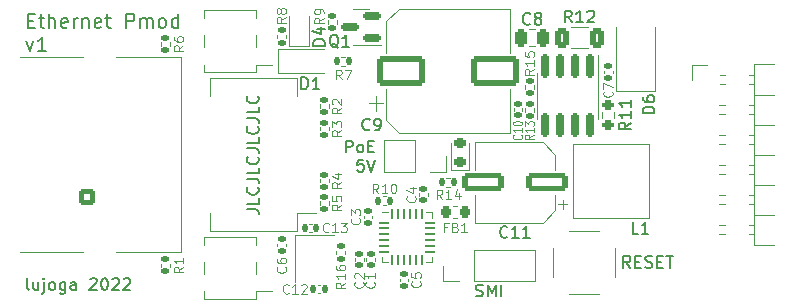
<source format=gto>
G04 #@! TF.GenerationSoftware,KiCad,Pcbnew,(6.0.8)*
G04 #@! TF.CreationDate,2022-10-23T18:16:56+02:00*
G04 #@! TF.ProjectId,ethernet-pmod,65746865-726e-4657-942d-706d6f642e6b,rev?*
G04 #@! TF.SameCoordinates,Original*
G04 #@! TF.FileFunction,Legend,Top*
G04 #@! TF.FilePolarity,Positive*
%FSLAX46Y46*%
G04 Gerber Fmt 4.6, Leading zero omitted, Abs format (unit mm)*
G04 Created by KiCad (PCBNEW (6.0.8)) date 2022-10-23 18:16:56*
%MOMM*%
%LPD*%
G01*
G04 APERTURE LIST*
G04 Aperture macros list*
%AMRoundRect*
0 Rectangle with rounded corners*
0 $1 Rounding radius*
0 $2 $3 $4 $5 $6 $7 $8 $9 X,Y pos of 4 corners*
0 Add a 4 corners polygon primitive as box body*
4,1,4,$2,$3,$4,$5,$6,$7,$8,$9,$2,$3,0*
0 Add four circle primitives for the rounded corners*
1,1,$1+$1,$2,$3*
1,1,$1+$1,$4,$5*
1,1,$1+$1,$6,$7*
1,1,$1+$1,$8,$9*
0 Add four rect primitives between the rounded corners*
20,1,$1+$1,$2,$3,$4,$5,0*
20,1,$1+$1,$4,$5,$6,$7,0*
20,1,$1+$1,$6,$7,$8,$9,0*
20,1,$1+$1,$8,$9,$2,$3,0*%
G04 Aperture macros list end*
%ADD10C,0.180000*%
%ADD11C,0.150000*%
%ADD12C,0.120000*%
%ADD13RoundRect,0.140000X-0.140000X-0.170000X0.140000X-0.170000X0.140000X0.170000X-0.140000X0.170000X0*%
%ADD14RoundRect,0.140000X0.170000X-0.140000X0.170000X0.140000X-0.170000X0.140000X-0.170000X-0.140000X0*%
%ADD15RoundRect,0.200000X0.275000X-0.200000X0.275000X0.200000X-0.275000X0.200000X-0.275000X-0.200000X0*%
%ADD16RoundRect,0.135000X-0.185000X0.135000X-0.185000X-0.135000X0.185000X-0.135000X0.185000X0.135000X0*%
%ADD17R,1.700000X1.700000*%
%ADD18O,1.700000X1.700000*%
%ADD19RoundRect,0.140000X0.140000X0.170000X-0.140000X0.170000X-0.140000X-0.170000X0.140000X-0.170000X0*%
%ADD20RoundRect,0.150000X0.587500X0.150000X-0.587500X0.150000X-0.587500X-0.150000X0.587500X-0.150000X0*%
%ADD21RoundRect,0.250000X-1.750000X-1.000000X1.750000X-1.000000X1.750000X1.000000X-1.750000X1.000000X0*%
%ADD22RoundRect,0.250000X1.500000X0.550000X-1.500000X0.550000X-1.500000X-0.550000X1.500000X-0.550000X0*%
%ADD23RoundRect,0.135000X0.135000X0.185000X-0.135000X0.185000X-0.135000X-0.185000X0.135000X-0.185000X0*%
%ADD24R,1.800000X2.500000*%
%ADD25RoundRect,0.218750X0.218750X0.256250X-0.218750X0.256250X-0.218750X-0.256250X0.218750X-0.256250X0*%
%ADD26RoundRect,0.135000X0.185000X-0.135000X0.185000X0.135000X-0.185000X0.135000X-0.185000X-0.135000X0*%
%ADD27RoundRect,0.140000X-0.170000X0.140000X-0.170000X-0.140000X0.170000X-0.140000X0.170000X0.140000X0*%
%ADD28RoundRect,0.218750X0.256250X-0.218750X0.256250X0.218750X-0.256250X0.218750X-0.256250X-0.218750X0*%
%ADD29R,1.875000X1.050000*%
%ADD30R,1.800000X5.700000*%
%ADD31R,1.905000X0.635000*%
%ADD32RoundRect,0.250000X-0.312500X-0.625000X0.312500X-0.625000X0.312500X0.625000X-0.312500X0.625000X0*%
%ADD33R,1.000000X0.750000*%
%ADD34R,0.900000X1.200000*%
%ADD35RoundRect,0.150000X-0.150000X0.825000X-0.150000X-0.825000X0.150000X-0.825000X0.150000X0.825000X0*%
%ADD36R,3.000000X2.290000*%
%ADD37RoundRect,0.062500X-0.350000X-0.062500X0.350000X-0.062500X0.350000X0.062500X-0.350000X0.062500X0*%
%ADD38RoundRect,0.062500X-0.062500X-0.350000X0.062500X-0.350000X0.062500X0.350000X-0.062500X0.350000X0*%
%ADD39R,2.600000X2.600000*%
%ADD40R,0.450000X0.600000*%
%ADD41C,3.250000*%
%ADD42RoundRect,0.217000X-0.483000X0.483000X-0.483000X-0.483000X0.483000X-0.483000X0.483000X0.483000X0*%
%ADD43C,1.400000*%
%ADD44C,2.400000*%
%ADD45RoundRect,0.135000X-0.135000X-0.185000X0.135000X-0.185000X0.135000X0.185000X-0.135000X0.185000X0*%
%ADD46RoundRect,0.250000X0.250000X0.475000X-0.250000X0.475000X-0.250000X-0.475000X0.250000X-0.475000X0*%
%ADD47R,1.200000X1.400000*%
G04 APERTURE END LIST*
D10*
X118402714Y-88648285D02*
X118802714Y-88648285D01*
X118974142Y-89276857D02*
X118402714Y-89276857D01*
X118402714Y-88076857D01*
X118974142Y-88076857D01*
X119317000Y-88476857D02*
X119774142Y-88476857D01*
X119488428Y-88076857D02*
X119488428Y-89105428D01*
X119545571Y-89219714D01*
X119659857Y-89276857D01*
X119774142Y-89276857D01*
X120174142Y-89276857D02*
X120174142Y-88076857D01*
X120688428Y-89276857D02*
X120688428Y-88648285D01*
X120631285Y-88534000D01*
X120517000Y-88476857D01*
X120345571Y-88476857D01*
X120231285Y-88534000D01*
X120174142Y-88591142D01*
X121717000Y-89219714D02*
X121602714Y-89276857D01*
X121374142Y-89276857D01*
X121259857Y-89219714D01*
X121202714Y-89105428D01*
X121202714Y-88648285D01*
X121259857Y-88534000D01*
X121374142Y-88476857D01*
X121602714Y-88476857D01*
X121717000Y-88534000D01*
X121774142Y-88648285D01*
X121774142Y-88762571D01*
X121202714Y-88876857D01*
X122288428Y-89276857D02*
X122288428Y-88476857D01*
X122288428Y-88705428D02*
X122345571Y-88591142D01*
X122402714Y-88534000D01*
X122517000Y-88476857D01*
X122631285Y-88476857D01*
X123031285Y-88476857D02*
X123031285Y-89276857D01*
X123031285Y-88591142D02*
X123088428Y-88534000D01*
X123202714Y-88476857D01*
X123374142Y-88476857D01*
X123488428Y-88534000D01*
X123545571Y-88648285D01*
X123545571Y-89276857D01*
X124574142Y-89219714D02*
X124459857Y-89276857D01*
X124231285Y-89276857D01*
X124117000Y-89219714D01*
X124059857Y-89105428D01*
X124059857Y-88648285D01*
X124117000Y-88534000D01*
X124231285Y-88476857D01*
X124459857Y-88476857D01*
X124574142Y-88534000D01*
X124631285Y-88648285D01*
X124631285Y-88762571D01*
X124059857Y-88876857D01*
X124974142Y-88476857D02*
X125431285Y-88476857D01*
X125145571Y-88076857D02*
X125145571Y-89105428D01*
X125202714Y-89219714D01*
X125317000Y-89276857D01*
X125431285Y-89276857D01*
X126745571Y-89276857D02*
X126745571Y-88076857D01*
X127202714Y-88076857D01*
X127317000Y-88134000D01*
X127374142Y-88191142D01*
X127431285Y-88305428D01*
X127431285Y-88476857D01*
X127374142Y-88591142D01*
X127317000Y-88648285D01*
X127202714Y-88705428D01*
X126745571Y-88705428D01*
X127945571Y-89276857D02*
X127945571Y-88476857D01*
X127945571Y-88591142D02*
X128002714Y-88534000D01*
X128117000Y-88476857D01*
X128288428Y-88476857D01*
X128402714Y-88534000D01*
X128459857Y-88648285D01*
X128459857Y-89276857D01*
X128459857Y-88648285D02*
X128517000Y-88534000D01*
X128631285Y-88476857D01*
X128802714Y-88476857D01*
X128917000Y-88534000D01*
X128974142Y-88648285D01*
X128974142Y-89276857D01*
X129717000Y-89276857D02*
X129602714Y-89219714D01*
X129545571Y-89162571D01*
X129488428Y-89048285D01*
X129488428Y-88705428D01*
X129545571Y-88591142D01*
X129602714Y-88534000D01*
X129717000Y-88476857D01*
X129888428Y-88476857D01*
X130002714Y-88534000D01*
X130059857Y-88591142D01*
X130117000Y-88705428D01*
X130117000Y-89048285D01*
X130059857Y-89162571D01*
X130002714Y-89219714D01*
X129888428Y-89276857D01*
X129717000Y-89276857D01*
X131145571Y-89276857D02*
X131145571Y-88076857D01*
X131145571Y-89219714D02*
X131031285Y-89276857D01*
X130802714Y-89276857D01*
X130688428Y-89219714D01*
X130631285Y-89162571D01*
X130574142Y-89048285D01*
X130574142Y-88705428D01*
X130631285Y-88591142D01*
X130688428Y-88534000D01*
X130802714Y-88476857D01*
X131031285Y-88476857D01*
X131145571Y-88534000D01*
X118288428Y-90408857D02*
X118574142Y-91208857D01*
X118859857Y-90408857D01*
X119945571Y-91208857D02*
X119259857Y-91208857D01*
X119602714Y-91208857D02*
X119602714Y-90008857D01*
X119488428Y-90180285D01*
X119374142Y-90294571D01*
X119259857Y-90351714D01*
D11*
X118478452Y-111452380D02*
X118383214Y-111404761D01*
X118335595Y-111309523D01*
X118335595Y-110452380D01*
X119287976Y-110785714D02*
X119287976Y-111452380D01*
X118859404Y-110785714D02*
X118859404Y-111309523D01*
X118907023Y-111404761D01*
X119002261Y-111452380D01*
X119145119Y-111452380D01*
X119240357Y-111404761D01*
X119287976Y-111357142D01*
X119764166Y-110785714D02*
X119764166Y-111642857D01*
X119716547Y-111738095D01*
X119621309Y-111785714D01*
X119573690Y-111785714D01*
X119764166Y-110452380D02*
X119716547Y-110500000D01*
X119764166Y-110547619D01*
X119811785Y-110500000D01*
X119764166Y-110452380D01*
X119764166Y-110547619D01*
X120383214Y-111452380D02*
X120287976Y-111404761D01*
X120240357Y-111357142D01*
X120192738Y-111261904D01*
X120192738Y-110976190D01*
X120240357Y-110880952D01*
X120287976Y-110833333D01*
X120383214Y-110785714D01*
X120526071Y-110785714D01*
X120621309Y-110833333D01*
X120668928Y-110880952D01*
X120716547Y-110976190D01*
X120716547Y-111261904D01*
X120668928Y-111357142D01*
X120621309Y-111404761D01*
X120526071Y-111452380D01*
X120383214Y-111452380D01*
X121573690Y-110785714D02*
X121573690Y-111595238D01*
X121526071Y-111690476D01*
X121478452Y-111738095D01*
X121383214Y-111785714D01*
X121240357Y-111785714D01*
X121145119Y-111738095D01*
X121573690Y-111404761D02*
X121478452Y-111452380D01*
X121287976Y-111452380D01*
X121192738Y-111404761D01*
X121145119Y-111357142D01*
X121097500Y-111261904D01*
X121097500Y-110976190D01*
X121145119Y-110880952D01*
X121192738Y-110833333D01*
X121287976Y-110785714D01*
X121478452Y-110785714D01*
X121573690Y-110833333D01*
X122478452Y-111452380D02*
X122478452Y-110928571D01*
X122430833Y-110833333D01*
X122335595Y-110785714D01*
X122145119Y-110785714D01*
X122049880Y-110833333D01*
X122478452Y-111404761D02*
X122383214Y-111452380D01*
X122145119Y-111452380D01*
X122049880Y-111404761D01*
X122002261Y-111309523D01*
X122002261Y-111214285D01*
X122049880Y-111119047D01*
X122145119Y-111071428D01*
X122383214Y-111071428D01*
X122478452Y-111023809D01*
X123668928Y-110547619D02*
X123716547Y-110500000D01*
X123811785Y-110452380D01*
X124049880Y-110452380D01*
X124145119Y-110500000D01*
X124192738Y-110547619D01*
X124240357Y-110642857D01*
X124240357Y-110738095D01*
X124192738Y-110880952D01*
X123621309Y-111452380D01*
X124240357Y-111452380D01*
X124859404Y-110452380D02*
X124954642Y-110452380D01*
X125049880Y-110500000D01*
X125097500Y-110547619D01*
X125145119Y-110642857D01*
X125192738Y-110833333D01*
X125192738Y-111071428D01*
X125145119Y-111261904D01*
X125097500Y-111357142D01*
X125049880Y-111404761D01*
X124954642Y-111452380D01*
X124859404Y-111452380D01*
X124764166Y-111404761D01*
X124716547Y-111357142D01*
X124668928Y-111261904D01*
X124621309Y-111071428D01*
X124621309Y-110833333D01*
X124668928Y-110642857D01*
X124716547Y-110547619D01*
X124764166Y-110500000D01*
X124859404Y-110452380D01*
X125573690Y-110547619D02*
X125621309Y-110500000D01*
X125716547Y-110452380D01*
X125954642Y-110452380D01*
X126049880Y-110500000D01*
X126097500Y-110547619D01*
X126145119Y-110642857D01*
X126145119Y-110738095D01*
X126097500Y-110880952D01*
X125526071Y-111452380D01*
X126145119Y-111452380D01*
X126526071Y-110547619D02*
X126573690Y-110500000D01*
X126668928Y-110452380D01*
X126907023Y-110452380D01*
X127002261Y-110500000D01*
X127049880Y-110547619D01*
X127097500Y-110642857D01*
X127097500Y-110738095D01*
X127049880Y-110880952D01*
X126478452Y-111452380D01*
X127097500Y-111452380D01*
X169407023Y-109577380D02*
X169073690Y-109101190D01*
X168835595Y-109577380D02*
X168835595Y-108577380D01*
X169216547Y-108577380D01*
X169311785Y-108625000D01*
X169359404Y-108672619D01*
X169407023Y-108767857D01*
X169407023Y-108910714D01*
X169359404Y-109005952D01*
X169311785Y-109053571D01*
X169216547Y-109101190D01*
X168835595Y-109101190D01*
X169835595Y-109053571D02*
X170168928Y-109053571D01*
X170311785Y-109577380D02*
X169835595Y-109577380D01*
X169835595Y-108577380D01*
X170311785Y-108577380D01*
X170692738Y-109529761D02*
X170835595Y-109577380D01*
X171073690Y-109577380D01*
X171168928Y-109529761D01*
X171216547Y-109482142D01*
X171264166Y-109386904D01*
X171264166Y-109291666D01*
X171216547Y-109196428D01*
X171168928Y-109148809D01*
X171073690Y-109101190D01*
X170883214Y-109053571D01*
X170787976Y-109005952D01*
X170740357Y-108958333D01*
X170692738Y-108863095D01*
X170692738Y-108767857D01*
X170740357Y-108672619D01*
X170787976Y-108625000D01*
X170883214Y-108577380D01*
X171121309Y-108577380D01*
X171264166Y-108625000D01*
X171692738Y-109053571D02*
X172026071Y-109053571D01*
X172168928Y-109577380D02*
X171692738Y-109577380D01*
X171692738Y-108577380D01*
X172168928Y-108577380D01*
X172454642Y-108577380D02*
X173026071Y-108577380D01*
X172740357Y-109577380D02*
X172740357Y-108577380D01*
X145331071Y-99822380D02*
X145331071Y-98822380D01*
X145712023Y-98822380D01*
X145807261Y-98870000D01*
X145854880Y-98917619D01*
X145902500Y-99012857D01*
X145902500Y-99155714D01*
X145854880Y-99250952D01*
X145807261Y-99298571D01*
X145712023Y-99346190D01*
X145331071Y-99346190D01*
X146473928Y-99822380D02*
X146378690Y-99774761D01*
X146331071Y-99727142D01*
X146283452Y-99631904D01*
X146283452Y-99346190D01*
X146331071Y-99250952D01*
X146378690Y-99203333D01*
X146473928Y-99155714D01*
X146616785Y-99155714D01*
X146712023Y-99203333D01*
X146759642Y-99250952D01*
X146807261Y-99346190D01*
X146807261Y-99631904D01*
X146759642Y-99727142D01*
X146712023Y-99774761D01*
X146616785Y-99822380D01*
X146473928Y-99822380D01*
X147235833Y-99298571D02*
X147569166Y-99298571D01*
X147712023Y-99822380D02*
X147235833Y-99822380D01*
X147235833Y-98822380D01*
X147712023Y-98822380D01*
X146807261Y-100432380D02*
X146331071Y-100432380D01*
X146283452Y-100908571D01*
X146331071Y-100860952D01*
X146426309Y-100813333D01*
X146664404Y-100813333D01*
X146759642Y-100860952D01*
X146807261Y-100908571D01*
X146854880Y-101003809D01*
X146854880Y-101241904D01*
X146807261Y-101337142D01*
X146759642Y-101384761D01*
X146664404Y-101432380D01*
X146426309Y-101432380D01*
X146331071Y-101384761D01*
X146283452Y-101337142D01*
X147140595Y-100432380D02*
X147473928Y-101432380D01*
X147807261Y-100432380D01*
X136952380Y-104619047D02*
X137666666Y-104619047D01*
X137809523Y-104666666D01*
X137904761Y-104761904D01*
X137952380Y-104904761D01*
X137952380Y-105000000D01*
X137952380Y-103666666D02*
X137952380Y-104142857D01*
X136952380Y-104142857D01*
X137857142Y-102761904D02*
X137904761Y-102809523D01*
X137952380Y-102952380D01*
X137952380Y-103047619D01*
X137904761Y-103190476D01*
X137809523Y-103285714D01*
X137714285Y-103333333D01*
X137523809Y-103380952D01*
X137380952Y-103380952D01*
X137190476Y-103333333D01*
X137095238Y-103285714D01*
X137000000Y-103190476D01*
X136952380Y-103047619D01*
X136952380Y-102952380D01*
X137000000Y-102809523D01*
X137047619Y-102761904D01*
X136952380Y-102047619D02*
X137666666Y-102047619D01*
X137809523Y-102095238D01*
X137904761Y-102190476D01*
X137952380Y-102333333D01*
X137952380Y-102428571D01*
X137952380Y-101095238D02*
X137952380Y-101571428D01*
X136952380Y-101571428D01*
X137857142Y-100190476D02*
X137904761Y-100238095D01*
X137952380Y-100380952D01*
X137952380Y-100476190D01*
X137904761Y-100619047D01*
X137809523Y-100714285D01*
X137714285Y-100761904D01*
X137523809Y-100809523D01*
X137380952Y-100809523D01*
X137190476Y-100761904D01*
X137095238Y-100714285D01*
X137000000Y-100619047D01*
X136952380Y-100476190D01*
X136952380Y-100380952D01*
X137000000Y-100238095D01*
X137047619Y-100190476D01*
X136952380Y-99476190D02*
X137666666Y-99476190D01*
X137809523Y-99523809D01*
X137904761Y-99619047D01*
X137952380Y-99761904D01*
X137952380Y-99857142D01*
X137952380Y-98523809D02*
X137952380Y-99000000D01*
X136952380Y-99000000D01*
X137857142Y-97619047D02*
X137904761Y-97666666D01*
X137952380Y-97809523D01*
X137952380Y-97904761D01*
X137904761Y-98047619D01*
X137809523Y-98142857D01*
X137714285Y-98190476D01*
X137523809Y-98238095D01*
X137380952Y-98238095D01*
X137190476Y-98190476D01*
X137095238Y-98142857D01*
X137000000Y-98047619D01*
X136952380Y-97904761D01*
X136952380Y-97809523D01*
X137000000Y-97666666D01*
X137047619Y-97619047D01*
X136952380Y-96904761D02*
X137666666Y-96904761D01*
X137809523Y-96952380D01*
X137904761Y-97047619D01*
X137952380Y-97190476D01*
X137952380Y-97285714D01*
X137952380Y-95952380D02*
X137952380Y-96428571D01*
X136952380Y-96428571D01*
X137857142Y-95047619D02*
X137904761Y-95095238D01*
X137952380Y-95238095D01*
X137952380Y-95333333D01*
X137904761Y-95476190D01*
X137809523Y-95571428D01*
X137714285Y-95619047D01*
X137523809Y-95666666D01*
X137380952Y-95666666D01*
X137190476Y-95619047D01*
X137095238Y-95571428D01*
X137000000Y-95476190D01*
X136952380Y-95333333D01*
X136952380Y-95238095D01*
X137000000Y-95095238D01*
X137047619Y-95047619D01*
X156344761Y-111954761D02*
X156487619Y-112002380D01*
X156725714Y-112002380D01*
X156820952Y-111954761D01*
X156868571Y-111907142D01*
X156916190Y-111811904D01*
X156916190Y-111716666D01*
X156868571Y-111621428D01*
X156820952Y-111573809D01*
X156725714Y-111526190D01*
X156535238Y-111478571D01*
X156440000Y-111430952D01*
X156392380Y-111383333D01*
X156344761Y-111288095D01*
X156344761Y-111192857D01*
X156392380Y-111097619D01*
X156440000Y-111050000D01*
X156535238Y-111002380D01*
X156773333Y-111002380D01*
X156916190Y-111050000D01*
X157344761Y-112002380D02*
X157344761Y-111002380D01*
X157678095Y-111716666D01*
X158011428Y-111002380D01*
X158011428Y-112002380D01*
X158487619Y-112002380D02*
X158487619Y-111002380D01*
D12*
X143875619Y-106485714D02*
X143837523Y-106523809D01*
X143723238Y-106561904D01*
X143647047Y-106561904D01*
X143532761Y-106523809D01*
X143456571Y-106447619D01*
X143418476Y-106371428D01*
X143380380Y-106219047D01*
X143380380Y-106104761D01*
X143418476Y-105952380D01*
X143456571Y-105876190D01*
X143532761Y-105800000D01*
X143647047Y-105761904D01*
X143723238Y-105761904D01*
X143837523Y-105800000D01*
X143875619Y-105838095D01*
X144637523Y-106561904D02*
X144180380Y-106561904D01*
X144408952Y-106561904D02*
X144408952Y-105761904D01*
X144332761Y-105876190D01*
X144256571Y-105952380D01*
X144180380Y-105990476D01*
X144904190Y-105761904D02*
X145399428Y-105761904D01*
X145132761Y-106066666D01*
X145247047Y-106066666D01*
X145323238Y-106104761D01*
X145361333Y-106142857D01*
X145399428Y-106219047D01*
X145399428Y-106409523D01*
X145361333Y-106485714D01*
X145323238Y-106523809D01*
X145247047Y-106561904D01*
X145018476Y-106561904D01*
X144942285Y-106523809D01*
X144904190Y-106485714D01*
X160185714Y-98335142D02*
X160223809Y-98363714D01*
X160261904Y-98449428D01*
X160261904Y-98506571D01*
X160223809Y-98592285D01*
X160147619Y-98649428D01*
X160071428Y-98678000D01*
X159919047Y-98706571D01*
X159804761Y-98706571D01*
X159652380Y-98678000D01*
X159576190Y-98649428D01*
X159500000Y-98592285D01*
X159461904Y-98506571D01*
X159461904Y-98449428D01*
X159500000Y-98363714D01*
X159538095Y-98335142D01*
X160261904Y-97763714D02*
X160261904Y-98106571D01*
X160261904Y-97935142D02*
X159461904Y-97935142D01*
X159576190Y-97992285D01*
X159652380Y-98049428D01*
X159690476Y-98106571D01*
X159461904Y-97392285D02*
X159461904Y-97335142D01*
X159500000Y-97278000D01*
X159538095Y-97249428D01*
X159614285Y-97220857D01*
X159766666Y-97192285D01*
X159957142Y-97192285D01*
X160109523Y-97220857D01*
X160185714Y-97249428D01*
X160223809Y-97278000D01*
X160261904Y-97335142D01*
X160261904Y-97392285D01*
X160223809Y-97449428D01*
X160185714Y-97478000D01*
X160109523Y-97506571D01*
X159957142Y-97535142D01*
X159766666Y-97535142D01*
X159614285Y-97506571D01*
X159538095Y-97478000D01*
X159500000Y-97449428D01*
X159461904Y-97392285D01*
D11*
X169452380Y-97292857D02*
X168976190Y-97626190D01*
X169452380Y-97864285D02*
X168452380Y-97864285D01*
X168452380Y-97483333D01*
X168500000Y-97388095D01*
X168547619Y-97340476D01*
X168642857Y-97292857D01*
X168785714Y-97292857D01*
X168880952Y-97340476D01*
X168928571Y-97388095D01*
X168976190Y-97483333D01*
X168976190Y-97864285D01*
X169452380Y-96340476D02*
X169452380Y-96911904D01*
X169452380Y-96626190D02*
X168452380Y-96626190D01*
X168595238Y-96721428D01*
X168690476Y-96816666D01*
X168738095Y-96911904D01*
X169452380Y-95388095D02*
X169452380Y-95959523D01*
X169452380Y-95673809D02*
X168452380Y-95673809D01*
X168595238Y-95769047D01*
X168690476Y-95864285D01*
X168738095Y-95959523D01*
D12*
X144961904Y-104233333D02*
X144580952Y-104500000D01*
X144961904Y-104690476D02*
X144161904Y-104690476D01*
X144161904Y-104385714D01*
X144200000Y-104309523D01*
X144238095Y-104271428D01*
X144314285Y-104233333D01*
X144428571Y-104233333D01*
X144504761Y-104271428D01*
X144542857Y-104309523D01*
X144580952Y-104385714D01*
X144580952Y-104690476D01*
X144161904Y-103509523D02*
X144161904Y-103890476D01*
X144542857Y-103928571D01*
X144504761Y-103890476D01*
X144466666Y-103814285D01*
X144466666Y-103623809D01*
X144504761Y-103547619D01*
X144542857Y-103509523D01*
X144619047Y-103471428D01*
X144809523Y-103471428D01*
X144885714Y-103509523D01*
X144923809Y-103547619D01*
X144961904Y-103623809D01*
X144961904Y-103814285D01*
X144923809Y-103890476D01*
X144885714Y-103928571D01*
X140495809Y-111685714D02*
X140457714Y-111723809D01*
X140343428Y-111761904D01*
X140267238Y-111761904D01*
X140152952Y-111723809D01*
X140076761Y-111647619D01*
X140038666Y-111571428D01*
X140000571Y-111419047D01*
X140000571Y-111304761D01*
X140038666Y-111152380D01*
X140076761Y-111076190D01*
X140152952Y-111000000D01*
X140267238Y-110961904D01*
X140343428Y-110961904D01*
X140457714Y-111000000D01*
X140495809Y-111038095D01*
X141257714Y-111761904D02*
X140800571Y-111761904D01*
X141029142Y-111761904D02*
X141029142Y-110961904D01*
X140952952Y-111076190D01*
X140876761Y-111152380D01*
X140800571Y-111190476D01*
X141562476Y-111038095D02*
X141600571Y-111000000D01*
X141676761Y-110961904D01*
X141867238Y-110961904D01*
X141943428Y-111000000D01*
X141981523Y-111038095D01*
X142019619Y-111114285D01*
X142019619Y-111190476D01*
X141981523Y-111304761D01*
X141524380Y-111761904D01*
X142019619Y-111761904D01*
D11*
X144704761Y-90947619D02*
X144609523Y-90900000D01*
X144514285Y-90804761D01*
X144371428Y-90661904D01*
X144276190Y-90614285D01*
X144180952Y-90614285D01*
X144228571Y-90852380D02*
X144133333Y-90804761D01*
X144038095Y-90709523D01*
X143990476Y-90519047D01*
X143990476Y-90185714D01*
X144038095Y-89995238D01*
X144133333Y-89900000D01*
X144228571Y-89852380D01*
X144419047Y-89852380D01*
X144514285Y-89900000D01*
X144609523Y-89995238D01*
X144657142Y-90185714D01*
X144657142Y-90519047D01*
X144609523Y-90709523D01*
X144514285Y-90804761D01*
X144419047Y-90852380D01*
X144228571Y-90852380D01*
X145609523Y-90852380D02*
X145038095Y-90852380D01*
X145323809Y-90852380D02*
X145323809Y-89852380D01*
X145228571Y-89995238D01*
X145133333Y-90090476D01*
X145038095Y-90138095D01*
X147359642Y-97857142D02*
X147312023Y-97904761D01*
X147169166Y-97952380D01*
X147073928Y-97952380D01*
X146931071Y-97904761D01*
X146835833Y-97809523D01*
X146788214Y-97714285D01*
X146740595Y-97523809D01*
X146740595Y-97380952D01*
X146788214Y-97190476D01*
X146835833Y-97095238D01*
X146931071Y-97000000D01*
X147073928Y-96952380D01*
X147169166Y-96952380D01*
X147312023Y-97000000D01*
X147359642Y-97047619D01*
X147835833Y-97952380D02*
X148026309Y-97952380D01*
X148121547Y-97904761D01*
X148169166Y-97857142D01*
X148264404Y-97714285D01*
X148312023Y-97523809D01*
X148312023Y-97142857D01*
X148264404Y-97047619D01*
X148216785Y-97000000D01*
X148121547Y-96952380D01*
X147931071Y-96952380D01*
X147835833Y-97000000D01*
X147788214Y-97047619D01*
X147740595Y-97142857D01*
X147740595Y-97380952D01*
X147788214Y-97476190D01*
X147835833Y-97523809D01*
X147931071Y-97571428D01*
X148121547Y-97571428D01*
X148216785Y-97523809D01*
X148264404Y-97476190D01*
X148312023Y-97380952D01*
D12*
X146485714Y-105403333D02*
X146523809Y-105441428D01*
X146561904Y-105555714D01*
X146561904Y-105631904D01*
X146523809Y-105746190D01*
X146447619Y-105822380D01*
X146371428Y-105860476D01*
X146219047Y-105898571D01*
X146104761Y-105898571D01*
X145952380Y-105860476D01*
X145876190Y-105822380D01*
X145800000Y-105746190D01*
X145761904Y-105631904D01*
X145761904Y-105555714D01*
X145800000Y-105441428D01*
X145838095Y-105403333D01*
X145761904Y-105136666D02*
X145761904Y-104641428D01*
X146066666Y-104908095D01*
X146066666Y-104793809D01*
X146104761Y-104717619D01*
X146142857Y-104679523D01*
X146219047Y-104641428D01*
X146409523Y-104641428D01*
X146485714Y-104679523D01*
X146523809Y-104717619D01*
X146561904Y-104793809D01*
X146561904Y-105022380D01*
X146523809Y-105098571D01*
X146485714Y-105136666D01*
D11*
X159007142Y-106957142D02*
X158959523Y-107004761D01*
X158816666Y-107052380D01*
X158721428Y-107052380D01*
X158578571Y-107004761D01*
X158483333Y-106909523D01*
X158435714Y-106814285D01*
X158388095Y-106623809D01*
X158388095Y-106480952D01*
X158435714Y-106290476D01*
X158483333Y-106195238D01*
X158578571Y-106100000D01*
X158721428Y-106052380D01*
X158816666Y-106052380D01*
X158959523Y-106100000D01*
X159007142Y-106147619D01*
X159959523Y-107052380D02*
X159388095Y-107052380D01*
X159673809Y-107052380D02*
X159673809Y-106052380D01*
X159578571Y-106195238D01*
X159483333Y-106290476D01*
X159388095Y-106338095D01*
X160911904Y-107052380D02*
X160340476Y-107052380D01*
X160626190Y-107052380D02*
X160626190Y-106052380D01*
X160530952Y-106195238D01*
X160435714Y-106290476D01*
X160340476Y-106338095D01*
D12*
X148080714Y-103261904D02*
X147814047Y-102880952D01*
X147623571Y-103261904D02*
X147623571Y-102461904D01*
X147928333Y-102461904D01*
X148004523Y-102500000D01*
X148042619Y-102538095D01*
X148080714Y-102614285D01*
X148080714Y-102728571D01*
X148042619Y-102804761D01*
X148004523Y-102842857D01*
X147928333Y-102880952D01*
X147623571Y-102880952D01*
X148842619Y-103261904D02*
X148385476Y-103261904D01*
X148614047Y-103261904D02*
X148614047Y-102461904D01*
X148537857Y-102576190D01*
X148461666Y-102652380D01*
X148385476Y-102690476D01*
X149337857Y-102461904D02*
X149414047Y-102461904D01*
X149490238Y-102500000D01*
X149528333Y-102538095D01*
X149566428Y-102614285D01*
X149604523Y-102766666D01*
X149604523Y-102957142D01*
X149566428Y-103109523D01*
X149528333Y-103185714D01*
X149490238Y-103223809D01*
X149414047Y-103261904D01*
X149337857Y-103261904D01*
X149261666Y-103223809D01*
X149223571Y-103185714D01*
X149185476Y-103109523D01*
X149147380Y-102957142D01*
X149147380Y-102766666D01*
X149185476Y-102614285D01*
X149223571Y-102538095D01*
X149261666Y-102500000D01*
X149337857Y-102461904D01*
D11*
X171452380Y-96511785D02*
X170452380Y-96511785D01*
X170452380Y-96273690D01*
X170500000Y-96130833D01*
X170595238Y-96035595D01*
X170690476Y-95987976D01*
X170880952Y-95940357D01*
X171023809Y-95940357D01*
X171214285Y-95987976D01*
X171309523Y-96035595D01*
X171404761Y-96130833D01*
X171452380Y-96273690D01*
X171452380Y-96511785D01*
X170452380Y-95083214D02*
X170452380Y-95273690D01*
X170500000Y-95368928D01*
X170547619Y-95416547D01*
X170690476Y-95511785D01*
X170880952Y-95559404D01*
X171261904Y-95559404D01*
X171357142Y-95511785D01*
X171404761Y-95464166D01*
X171452380Y-95368928D01*
X171452380Y-95178452D01*
X171404761Y-95083214D01*
X171357142Y-95035595D01*
X171261904Y-94987976D01*
X171023809Y-94987976D01*
X170928571Y-95035595D01*
X170880952Y-95083214D01*
X170833333Y-95178452D01*
X170833333Y-95368928D01*
X170880952Y-95464166D01*
X170928571Y-95511785D01*
X171023809Y-95559404D01*
D12*
X153933333Y-106142857D02*
X153666666Y-106142857D01*
X153666666Y-106561904D02*
X153666666Y-105761904D01*
X154047619Y-105761904D01*
X154619047Y-106142857D02*
X154733333Y-106180952D01*
X154771428Y-106219047D01*
X154809523Y-106295238D01*
X154809523Y-106409523D01*
X154771428Y-106485714D01*
X154733333Y-106523809D01*
X154657142Y-106561904D01*
X154352380Y-106561904D01*
X154352380Y-105761904D01*
X154619047Y-105761904D01*
X154695238Y-105800000D01*
X154733333Y-105838095D01*
X154771428Y-105914285D01*
X154771428Y-105990476D01*
X154733333Y-106066666D01*
X154695238Y-106104761D01*
X154619047Y-106142857D01*
X154352380Y-106142857D01*
X155571428Y-106561904D02*
X155114285Y-106561904D01*
X155342857Y-106561904D02*
X155342857Y-105761904D01*
X155266666Y-105876190D01*
X155190476Y-105952380D01*
X155114285Y-105990476D01*
X131561904Y-90753333D02*
X131180952Y-91020000D01*
X131561904Y-91210476D02*
X130761904Y-91210476D01*
X130761904Y-90905714D01*
X130800000Y-90829523D01*
X130838095Y-90791428D01*
X130914285Y-90753333D01*
X131028571Y-90753333D01*
X131104761Y-90791428D01*
X131142857Y-90829523D01*
X131180952Y-90905714D01*
X131180952Y-91210476D01*
X130761904Y-90067619D02*
X130761904Y-90220000D01*
X130800000Y-90296190D01*
X130838095Y-90334285D01*
X130952380Y-90410476D01*
X131104761Y-90448571D01*
X131409523Y-90448571D01*
X131485714Y-90410476D01*
X131523809Y-90372380D01*
X131561904Y-90296190D01*
X131561904Y-90143809D01*
X131523809Y-90067619D01*
X131485714Y-90029523D01*
X131409523Y-89991428D01*
X131219047Y-89991428D01*
X131142857Y-90029523D01*
X131104761Y-90067619D01*
X131066666Y-90143809D01*
X131066666Y-90296190D01*
X131104761Y-90372380D01*
X131142857Y-90410476D01*
X131219047Y-90448571D01*
X144961904Y-102333333D02*
X144580952Y-102600000D01*
X144961904Y-102790476D02*
X144161904Y-102790476D01*
X144161904Y-102485714D01*
X144200000Y-102409523D01*
X144238095Y-102371428D01*
X144314285Y-102333333D01*
X144428571Y-102333333D01*
X144504761Y-102371428D01*
X144542857Y-102409523D01*
X144580952Y-102485714D01*
X144580952Y-102790476D01*
X144428571Y-101647619D02*
X144961904Y-101647619D01*
X144123809Y-101838095D02*
X144695238Y-102028571D01*
X144695238Y-101533333D01*
X140185714Y-109492285D02*
X140223809Y-109530380D01*
X140261904Y-109644666D01*
X140261904Y-109720857D01*
X140223809Y-109835142D01*
X140147619Y-109911333D01*
X140071428Y-109949428D01*
X139919047Y-109987523D01*
X139804761Y-109987523D01*
X139652380Y-109949428D01*
X139576190Y-109911333D01*
X139500000Y-109835142D01*
X139461904Y-109720857D01*
X139461904Y-109644666D01*
X139500000Y-109530380D01*
X139538095Y-109492285D01*
X139461904Y-108806571D02*
X139461904Y-108958952D01*
X139500000Y-109035142D01*
X139538095Y-109073238D01*
X139652380Y-109149428D01*
X139804761Y-109187523D01*
X140109523Y-109187523D01*
X140185714Y-109149428D01*
X140223809Y-109111333D01*
X140261904Y-109035142D01*
X140261904Y-108882761D01*
X140223809Y-108806571D01*
X140185714Y-108768476D01*
X140109523Y-108730380D01*
X139919047Y-108730380D01*
X139842857Y-108768476D01*
X139804761Y-108806571D01*
X139766666Y-108882761D01*
X139766666Y-109035142D01*
X139804761Y-109111333D01*
X139842857Y-109149428D01*
X139919047Y-109187523D01*
X144961904Y-96033333D02*
X144580952Y-96300000D01*
X144961904Y-96490476D02*
X144161904Y-96490476D01*
X144161904Y-96185714D01*
X144200000Y-96109523D01*
X144238095Y-96071428D01*
X144314285Y-96033333D01*
X144428571Y-96033333D01*
X144504761Y-96071428D01*
X144542857Y-96109523D01*
X144580952Y-96185714D01*
X144580952Y-96490476D01*
X144238095Y-95728571D02*
X144200000Y-95690476D01*
X144161904Y-95614285D01*
X144161904Y-95423809D01*
X144200000Y-95347619D01*
X144238095Y-95309523D01*
X144314285Y-95271428D01*
X144390476Y-95271428D01*
X144504761Y-95309523D01*
X144961904Y-95766666D01*
X144961904Y-95271428D01*
X145261904Y-110854190D02*
X144880952Y-111120857D01*
X145261904Y-111311333D02*
X144461904Y-111311333D01*
X144461904Y-111006571D01*
X144500000Y-110930380D01*
X144538095Y-110892285D01*
X144614285Y-110854190D01*
X144728571Y-110854190D01*
X144804761Y-110892285D01*
X144842857Y-110930380D01*
X144880952Y-111006571D01*
X144880952Y-111311333D01*
X145261904Y-110092285D02*
X145261904Y-110549428D01*
X145261904Y-110320857D02*
X144461904Y-110320857D01*
X144576190Y-110397047D01*
X144652380Y-110473238D01*
X144690476Y-110549428D01*
X144461904Y-109406571D02*
X144461904Y-109558952D01*
X144500000Y-109635142D01*
X144538095Y-109673238D01*
X144652380Y-109749428D01*
X144804761Y-109787523D01*
X145109523Y-109787523D01*
X145185714Y-109749428D01*
X145223809Y-109711333D01*
X145261904Y-109635142D01*
X145261904Y-109482761D01*
X145223809Y-109406571D01*
X145185714Y-109368476D01*
X145109523Y-109330380D01*
X144919047Y-109330380D01*
X144842857Y-109368476D01*
X144804761Y-109406571D01*
X144766666Y-109482761D01*
X144766666Y-109635142D01*
X144804761Y-109711333D01*
X144842857Y-109749428D01*
X144919047Y-109787523D01*
D11*
X170083333Y-106702380D02*
X169607142Y-106702380D01*
X169607142Y-105702380D01*
X170940476Y-106702380D02*
X170369047Y-106702380D01*
X170654761Y-106702380D02*
X170654761Y-105702380D01*
X170559523Y-105845238D01*
X170464285Y-105940476D01*
X170369047Y-105988095D01*
D12*
X151185714Y-103533333D02*
X151223809Y-103571428D01*
X151261904Y-103685714D01*
X151261904Y-103761904D01*
X151223809Y-103876190D01*
X151147619Y-103952380D01*
X151071428Y-103990476D01*
X150919047Y-104028571D01*
X150804761Y-104028571D01*
X150652380Y-103990476D01*
X150576190Y-103952380D01*
X150500000Y-103876190D01*
X150461904Y-103761904D01*
X150461904Y-103685714D01*
X150500000Y-103571428D01*
X150538095Y-103533333D01*
X150728571Y-102847619D02*
X151261904Y-102847619D01*
X150423809Y-103038095D02*
X150995238Y-103228571D01*
X150995238Y-102733333D01*
X131561904Y-109513333D02*
X131180952Y-109780000D01*
X131561904Y-109970476D02*
X130761904Y-109970476D01*
X130761904Y-109665714D01*
X130800000Y-109589523D01*
X130838095Y-109551428D01*
X130914285Y-109513333D01*
X131028571Y-109513333D01*
X131104761Y-109551428D01*
X131142857Y-109589523D01*
X131180952Y-109665714D01*
X131180952Y-109970476D01*
X131561904Y-108751428D02*
X131561904Y-109208571D01*
X131561904Y-108980000D02*
X130761904Y-108980000D01*
X130876190Y-109056190D01*
X130952380Y-109132380D01*
X130990476Y-109208571D01*
X167835714Y-94678000D02*
X167873809Y-94711333D01*
X167911904Y-94811333D01*
X167911904Y-94878000D01*
X167873809Y-94978000D01*
X167797619Y-95044666D01*
X167721428Y-95078000D01*
X167569047Y-95111333D01*
X167454761Y-95111333D01*
X167302380Y-95078000D01*
X167226190Y-95044666D01*
X167150000Y-94978000D01*
X167111904Y-94878000D01*
X167111904Y-94811333D01*
X167150000Y-94711333D01*
X167188095Y-94678000D01*
X167111904Y-94444666D02*
X167111904Y-93978000D01*
X167911904Y-94278000D01*
X161261904Y-92774380D02*
X160880952Y-93041047D01*
X161261904Y-93231523D02*
X160461904Y-93231523D01*
X160461904Y-92926761D01*
X160500000Y-92850571D01*
X160538095Y-92812476D01*
X160614285Y-92774380D01*
X160728571Y-92774380D01*
X160804761Y-92812476D01*
X160842857Y-92850571D01*
X160880952Y-92926761D01*
X160880952Y-93231523D01*
X161261904Y-92012476D02*
X161261904Y-92469619D01*
X161261904Y-92241047D02*
X160461904Y-92241047D01*
X160576190Y-92317238D01*
X160652380Y-92393428D01*
X160690476Y-92469619D01*
X160461904Y-91288666D02*
X160461904Y-91669619D01*
X160842857Y-91707714D01*
X160804761Y-91669619D01*
X160766666Y-91593428D01*
X160766666Y-91402952D01*
X160804761Y-91326761D01*
X160842857Y-91288666D01*
X160919047Y-91250571D01*
X161109523Y-91250571D01*
X161185714Y-91288666D01*
X161223809Y-91326761D01*
X161261904Y-91402952D01*
X161261904Y-91593428D01*
X161223809Y-91669619D01*
X161185714Y-91707714D01*
D11*
X164457142Y-88802380D02*
X164123809Y-88326190D01*
X163885714Y-88802380D02*
X163885714Y-87802380D01*
X164266666Y-87802380D01*
X164361904Y-87850000D01*
X164409523Y-87897619D01*
X164457142Y-87992857D01*
X164457142Y-88135714D01*
X164409523Y-88230952D01*
X164361904Y-88278571D01*
X164266666Y-88326190D01*
X163885714Y-88326190D01*
X165409523Y-88802380D02*
X164838095Y-88802380D01*
X165123809Y-88802380D02*
X165123809Y-87802380D01*
X165028571Y-87945238D01*
X164933333Y-88040476D01*
X164838095Y-88088095D01*
X165790476Y-87897619D02*
X165838095Y-87850000D01*
X165933333Y-87802380D01*
X166171428Y-87802380D01*
X166266666Y-87850000D01*
X166314285Y-87897619D01*
X166361904Y-87992857D01*
X166361904Y-88088095D01*
X166314285Y-88230952D01*
X165742857Y-88802380D01*
X166361904Y-88802380D01*
D12*
X147715714Y-110777285D02*
X147753809Y-110815380D01*
X147791904Y-110929666D01*
X147791904Y-111005857D01*
X147753809Y-111120142D01*
X147677619Y-111196333D01*
X147601428Y-111234428D01*
X147449047Y-111272523D01*
X147334761Y-111272523D01*
X147182380Y-111234428D01*
X147106190Y-111196333D01*
X147030000Y-111120142D01*
X146991904Y-111005857D01*
X146991904Y-110929666D01*
X147030000Y-110815380D01*
X147068095Y-110777285D01*
X147791904Y-110015380D02*
X147791904Y-110472523D01*
X147791904Y-110243952D02*
X146991904Y-110243952D01*
X147106190Y-110320142D01*
X147182380Y-110396333D01*
X147220476Y-110472523D01*
X140261904Y-88374380D02*
X139880952Y-88641047D01*
X140261904Y-88831523D02*
X139461904Y-88831523D01*
X139461904Y-88526761D01*
X139500000Y-88450571D01*
X139538095Y-88412476D01*
X139614285Y-88374380D01*
X139728571Y-88374380D01*
X139804761Y-88412476D01*
X139842857Y-88450571D01*
X139880952Y-88526761D01*
X139880952Y-88831523D01*
X139804761Y-87917238D02*
X139766666Y-87993428D01*
X139728571Y-88031523D01*
X139652380Y-88069619D01*
X139614285Y-88069619D01*
X139538095Y-88031523D01*
X139500000Y-87993428D01*
X139461904Y-87917238D01*
X139461904Y-87764857D01*
X139500000Y-87688666D01*
X139538095Y-87650571D01*
X139614285Y-87612476D01*
X139652380Y-87612476D01*
X139728571Y-87650571D01*
X139766666Y-87688666D01*
X139804761Y-87764857D01*
X139804761Y-87917238D01*
X139842857Y-87993428D01*
X139880952Y-88031523D01*
X139957142Y-88069619D01*
X140109523Y-88069619D01*
X140185714Y-88031523D01*
X140223809Y-87993428D01*
X140261904Y-87917238D01*
X140261904Y-87764857D01*
X140223809Y-87688666D01*
X140185714Y-87650571D01*
X140109523Y-87612476D01*
X139957142Y-87612476D01*
X139880952Y-87650571D01*
X139842857Y-87688666D01*
X139804761Y-87764857D01*
X151585714Y-110743333D02*
X151623809Y-110781428D01*
X151661904Y-110895714D01*
X151661904Y-110971904D01*
X151623809Y-111086190D01*
X151547619Y-111162380D01*
X151471428Y-111200476D01*
X151319047Y-111238571D01*
X151204761Y-111238571D01*
X151052380Y-111200476D01*
X150976190Y-111162380D01*
X150900000Y-111086190D01*
X150861904Y-110971904D01*
X150861904Y-110895714D01*
X150900000Y-110781428D01*
X150938095Y-110743333D01*
X150861904Y-110019523D02*
X150861904Y-110400476D01*
X151242857Y-110438571D01*
X151204761Y-110400476D01*
X151166666Y-110324285D01*
X151166666Y-110133809D01*
X151204761Y-110057619D01*
X151242857Y-110019523D01*
X151319047Y-109981428D01*
X151509523Y-109981428D01*
X151585714Y-110019523D01*
X151623809Y-110057619D01*
X151661904Y-110133809D01*
X151661904Y-110324285D01*
X151623809Y-110400476D01*
X151585714Y-110438571D01*
D11*
X141561904Y-94452380D02*
X141561904Y-93452380D01*
X141800000Y-93452380D01*
X141942857Y-93500000D01*
X142038095Y-93595238D01*
X142085714Y-93690476D01*
X142133333Y-93880952D01*
X142133333Y-94023809D01*
X142085714Y-94214285D01*
X142038095Y-94309523D01*
X141942857Y-94404761D01*
X141800000Y-94452380D01*
X141561904Y-94452380D01*
X143085714Y-94452380D02*
X142514285Y-94452380D01*
X142800000Y-94452380D02*
X142800000Y-93452380D01*
X142704761Y-93595238D01*
X142609523Y-93690476D01*
X142514285Y-93738095D01*
D12*
X143461904Y-88433333D02*
X143080952Y-88700000D01*
X143461904Y-88890476D02*
X142661904Y-88890476D01*
X142661904Y-88585714D01*
X142700000Y-88509523D01*
X142738095Y-88471428D01*
X142814285Y-88433333D01*
X142928571Y-88433333D01*
X143004761Y-88471428D01*
X143042857Y-88509523D01*
X143080952Y-88585714D01*
X143080952Y-88890476D01*
X143461904Y-88052380D02*
X143461904Y-87900000D01*
X143423809Y-87823809D01*
X143385714Y-87785714D01*
X143271428Y-87709523D01*
X143119047Y-87671428D01*
X142814285Y-87671428D01*
X142738095Y-87709523D01*
X142700000Y-87747619D01*
X142661904Y-87823809D01*
X142661904Y-87976190D01*
X142700000Y-88052380D01*
X142738095Y-88090476D01*
X142814285Y-88128571D01*
X143004761Y-88128571D01*
X143080952Y-88090476D01*
X143119047Y-88052380D01*
X143157142Y-87976190D01*
X143157142Y-87823809D01*
X143119047Y-87747619D01*
X143080952Y-87709523D01*
X143004761Y-87671428D01*
D11*
X143552380Y-90764404D02*
X142552380Y-90764404D01*
X142552380Y-90526309D01*
X142600000Y-90383452D01*
X142695238Y-90288214D01*
X142790476Y-90240595D01*
X142980952Y-90192976D01*
X143123809Y-90192976D01*
X143314285Y-90240595D01*
X143409523Y-90288214D01*
X143504761Y-90383452D01*
X143552380Y-90526309D01*
X143552380Y-90764404D01*
X142885714Y-89335833D02*
X143552380Y-89335833D01*
X142504761Y-89573928D02*
X143219047Y-89812023D01*
X143219047Y-89192976D01*
D12*
X161261904Y-98335142D02*
X160880952Y-98535142D01*
X161261904Y-98678000D02*
X160461904Y-98678000D01*
X160461904Y-98449428D01*
X160500000Y-98392285D01*
X160538095Y-98363714D01*
X160614285Y-98335142D01*
X160728571Y-98335142D01*
X160804761Y-98363714D01*
X160842857Y-98392285D01*
X160880952Y-98449428D01*
X160880952Y-98678000D01*
X161261904Y-97763714D02*
X161261904Y-98106571D01*
X161261904Y-97935142D02*
X160461904Y-97935142D01*
X160576190Y-97992285D01*
X160652380Y-98049428D01*
X160690476Y-98106571D01*
X160461904Y-97563714D02*
X160461904Y-97192285D01*
X160766666Y-97392285D01*
X160766666Y-97306571D01*
X160804761Y-97249428D01*
X160842857Y-97220857D01*
X160919047Y-97192285D01*
X161109523Y-97192285D01*
X161185714Y-97220857D01*
X161223809Y-97249428D01*
X161261904Y-97306571D01*
X161261904Y-97478000D01*
X161223809Y-97535142D01*
X161185714Y-97563714D01*
X144966666Y-93631904D02*
X144700000Y-93250952D01*
X144509523Y-93631904D02*
X144509523Y-92831904D01*
X144814285Y-92831904D01*
X144890476Y-92870000D01*
X144928571Y-92908095D01*
X144966666Y-92984285D01*
X144966666Y-93098571D01*
X144928571Y-93174761D01*
X144890476Y-93212857D01*
X144814285Y-93250952D01*
X144509523Y-93250952D01*
X145233333Y-92831904D02*
X145766666Y-92831904D01*
X145423809Y-93631904D01*
X146765714Y-110777285D02*
X146803809Y-110815380D01*
X146841904Y-110929666D01*
X146841904Y-111005857D01*
X146803809Y-111120142D01*
X146727619Y-111196333D01*
X146651428Y-111234428D01*
X146499047Y-111272523D01*
X146384761Y-111272523D01*
X146232380Y-111234428D01*
X146156190Y-111196333D01*
X146080000Y-111120142D01*
X146041904Y-111005857D01*
X146041904Y-110929666D01*
X146080000Y-110815380D01*
X146118095Y-110777285D01*
X146118095Y-110472523D02*
X146080000Y-110434428D01*
X146041904Y-110358238D01*
X146041904Y-110167761D01*
X146080000Y-110091571D01*
X146118095Y-110053476D01*
X146194285Y-110015380D01*
X146270476Y-110015380D01*
X146384761Y-110053476D01*
X146841904Y-110510619D01*
X146841904Y-110015380D01*
X153485714Y-103761904D02*
X153219047Y-103380952D01*
X153028571Y-103761904D02*
X153028571Y-102961904D01*
X153333333Y-102961904D01*
X153409523Y-103000000D01*
X153447619Y-103038095D01*
X153485714Y-103114285D01*
X153485714Y-103228571D01*
X153447619Y-103304761D01*
X153409523Y-103342857D01*
X153333333Y-103380952D01*
X153028571Y-103380952D01*
X154247619Y-103761904D02*
X153790476Y-103761904D01*
X154019047Y-103761904D02*
X154019047Y-102961904D01*
X153942857Y-103076190D01*
X153866666Y-103152380D01*
X153790476Y-103190476D01*
X154933333Y-103228571D02*
X154933333Y-103761904D01*
X154742857Y-102923809D02*
X154552380Y-103495238D01*
X155047619Y-103495238D01*
D11*
X160933333Y-88907142D02*
X160885714Y-88954761D01*
X160742857Y-89002380D01*
X160647619Y-89002380D01*
X160504761Y-88954761D01*
X160409523Y-88859523D01*
X160361904Y-88764285D01*
X160314285Y-88573809D01*
X160314285Y-88430952D01*
X160361904Y-88240476D01*
X160409523Y-88145238D01*
X160504761Y-88050000D01*
X160647619Y-88002380D01*
X160742857Y-88002380D01*
X160885714Y-88050000D01*
X160933333Y-88097619D01*
X161504761Y-88430952D02*
X161409523Y-88383333D01*
X161361904Y-88335714D01*
X161314285Y-88240476D01*
X161314285Y-88192857D01*
X161361904Y-88097619D01*
X161409523Y-88050000D01*
X161504761Y-88002380D01*
X161695238Y-88002380D01*
X161790476Y-88050000D01*
X161838095Y-88097619D01*
X161885714Y-88192857D01*
X161885714Y-88240476D01*
X161838095Y-88335714D01*
X161790476Y-88383333D01*
X161695238Y-88430952D01*
X161504761Y-88430952D01*
X161409523Y-88478571D01*
X161361904Y-88526190D01*
X161314285Y-88621428D01*
X161314285Y-88811904D01*
X161361904Y-88907142D01*
X161409523Y-88954761D01*
X161504761Y-89002380D01*
X161695238Y-89002380D01*
X161790476Y-88954761D01*
X161838095Y-88907142D01*
X161885714Y-88811904D01*
X161885714Y-88621428D01*
X161838095Y-88526190D01*
X161790476Y-88478571D01*
X161695238Y-88430952D01*
D12*
X144961904Y-97933333D02*
X144580952Y-98200000D01*
X144961904Y-98390476D02*
X144161904Y-98390476D01*
X144161904Y-98085714D01*
X144200000Y-98009523D01*
X144238095Y-97971428D01*
X144314285Y-97933333D01*
X144428571Y-97933333D01*
X144504761Y-97971428D01*
X144542857Y-98009523D01*
X144580952Y-98085714D01*
X144580952Y-98390476D01*
X144161904Y-97666666D02*
X144161904Y-97171428D01*
X144466666Y-97438095D01*
X144466666Y-97323809D01*
X144504761Y-97247619D01*
X144542857Y-97209523D01*
X144619047Y-97171428D01*
X144809523Y-97171428D01*
X144885714Y-97209523D01*
X144923809Y-97247619D01*
X144961904Y-97323809D01*
X144961904Y-97552380D01*
X144923809Y-97628571D01*
X144885714Y-97666666D01*
X142222164Y-106560000D02*
X142437836Y-106560000D01*
X142222164Y-105840000D02*
X142437836Y-105840000D01*
X160260000Y-96277836D02*
X160260000Y-96062164D01*
X159540000Y-96277836D02*
X159540000Y-96062164D01*
X167027500Y-96887258D02*
X167027500Y-96412742D01*
X168072500Y-96887258D02*
X168072500Y-96412742D01*
X143120000Y-103946359D02*
X143120000Y-104253641D01*
X143880000Y-103946359D02*
X143880000Y-104253641D01*
X161310000Y-110730000D02*
X161310000Y-108070000D01*
X156170000Y-110730000D02*
X161310000Y-110730000D01*
X153570000Y-110730000D02*
X153570000Y-109400000D01*
X154900000Y-110730000D02*
X153570000Y-110730000D01*
X156170000Y-108070000D02*
X161310000Y-108070000D01*
X156170000Y-110730000D02*
X156170000Y-108070000D01*
X143177836Y-111040000D02*
X142962164Y-111040000D01*
X143177836Y-111760000D02*
X142962164Y-111760000D01*
X146600000Y-90760000D02*
X145950000Y-90760000D01*
X146600000Y-90760000D02*
X148275000Y-90760000D01*
X146600000Y-87640000D02*
X145950000Y-87640000D01*
X146600000Y-87640000D02*
X147250000Y-87640000D01*
X147875000Y-95035000D02*
X147875000Y-96285000D01*
X148740000Y-88704437D02*
X148740000Y-91390000D01*
X147250000Y-95660000D02*
X148500000Y-95660000D01*
X149804437Y-98160000D02*
X159260000Y-98160000D01*
X159260000Y-98160000D02*
X159260000Y-94410000D01*
X149804437Y-87640000D02*
X159260000Y-87640000D01*
X148740000Y-88704437D02*
X149804437Y-87640000D01*
X148740000Y-97095563D02*
X149804437Y-98160000D01*
X159260000Y-87640000D02*
X159260000Y-91390000D01*
X148740000Y-97095563D02*
X148740000Y-94410000D01*
X151180000Y-98795000D02*
X148580000Y-98795000D01*
X153780000Y-100125000D02*
X153780000Y-101455000D01*
X148580000Y-98795000D02*
X148580000Y-101455000D01*
X153780000Y-101455000D02*
X152450000Y-101455000D01*
X151180000Y-98795000D02*
X151180000Y-101455000D01*
X151180000Y-101455000D02*
X148580000Y-101455000D01*
X147560000Y-105377836D02*
X147560000Y-105162164D01*
X146840000Y-105377836D02*
X146840000Y-105162164D01*
X161995563Y-98940000D02*
X156240000Y-98940000D01*
X156240000Y-105760000D02*
X156240000Y-103410000D01*
X156240000Y-98940000D02*
X156240000Y-101290000D01*
X163060000Y-104695563D02*
X161995563Y-105760000D01*
X161995563Y-105760000D02*
X156240000Y-105760000D01*
X163060000Y-100004437D02*
X163060000Y-101290000D01*
X163693750Y-104591250D02*
X163693750Y-103803750D01*
X163060000Y-104695563D02*
X163060000Y-103410000D01*
X163060000Y-100004437D02*
X161995563Y-98940000D01*
X164087500Y-104197500D02*
X163300000Y-104197500D01*
X148748641Y-104280000D02*
X148441359Y-104280000D01*
X148748641Y-103520000D02*
X148441359Y-103520000D01*
X171500000Y-94600000D02*
X171500000Y-89200000D01*
X168200000Y-94600000D02*
X168200000Y-89200000D01*
X168200000Y-94600000D02*
X171500000Y-94600000D01*
X154762779Y-104390000D02*
X154437221Y-104390000D01*
X154762779Y-105410000D02*
X154437221Y-105410000D01*
X129650000Y-90466359D02*
X129650000Y-90773641D01*
X130410000Y-90466359D02*
X130410000Y-90773641D01*
X143880000Y-102353641D02*
X143880000Y-102046359D01*
X143120000Y-102353641D02*
X143120000Y-102046359D01*
X140260000Y-107542164D02*
X140260000Y-107757836D01*
X139540000Y-107542164D02*
X139540000Y-107757836D01*
X176962929Y-100890000D02*
X177417071Y-100890000D01*
X179502929Y-95810000D02*
X179900000Y-95810000D01*
X179900000Y-107680000D02*
X181560000Y-107680000D01*
X176962929Y-96570000D02*
X177417071Y-96570000D01*
X174650000Y-93650000D02*
X174650000Y-92380000D01*
X176962929Y-105970000D02*
X177417071Y-105970000D01*
X176962929Y-101650000D02*
X177417071Y-101650000D01*
X176962929Y-104190000D02*
X177417071Y-104190000D01*
X179900000Y-100000000D02*
X181560000Y-100000000D01*
X179502929Y-100890000D02*
X179900000Y-100890000D01*
X179502929Y-103430000D02*
X179900000Y-103430000D01*
X179502929Y-94030000D02*
X179900000Y-94030000D01*
X179502929Y-98350000D02*
X179900000Y-98350000D01*
X176962929Y-99110000D02*
X177417071Y-99110000D01*
X176962929Y-98350000D02*
X177417071Y-98350000D01*
X179900000Y-94920000D02*
X181560000Y-94920000D01*
X179502929Y-104190000D02*
X179900000Y-104190000D01*
X179502929Y-106730000D02*
X179900000Y-106730000D01*
X179900000Y-102540000D02*
X181560000Y-102540000D01*
X179502929Y-105970000D02*
X179900000Y-105970000D01*
X179502929Y-101650000D02*
X179900000Y-101650000D01*
X181560000Y-92320000D02*
X179900000Y-92320000D01*
X176962929Y-106730000D02*
X177417071Y-106730000D01*
X179900000Y-92320000D02*
X179900000Y-107680000D01*
X174650000Y-92380000D02*
X175920000Y-92380000D01*
X179502929Y-96570000D02*
X179900000Y-96570000D01*
X176962929Y-103430000D02*
X177417071Y-103430000D01*
X179900000Y-97460000D02*
X181560000Y-97460000D01*
X177030000Y-93270000D02*
X177417071Y-93270000D01*
X176962929Y-95810000D02*
X177417071Y-95810000D01*
X179502929Y-99110000D02*
X179900000Y-99110000D01*
X179502929Y-93270000D02*
X179900000Y-93270000D01*
X177030000Y-94030000D02*
X177417071Y-94030000D01*
X179900000Y-105080000D02*
X181560000Y-105080000D01*
X143120000Y-96053641D02*
X143120000Y-95746359D01*
X143880000Y-96053641D02*
X143880000Y-95746359D01*
X154265000Y-99000000D02*
X154265000Y-101285000D01*
X155735000Y-101285000D02*
X155735000Y-99000000D01*
X154265000Y-101285000D02*
X155735000Y-101285000D01*
X133300000Y-112225000D02*
X133300000Y-111585000D01*
X137700000Y-112225000D02*
X133300000Y-112225000D01*
X133300000Y-106975000D02*
X133300000Y-107615000D01*
X137700000Y-106975000D02*
X133300000Y-106975000D01*
X137700000Y-110115000D02*
X137700000Y-109085000D01*
X137700000Y-111585000D02*
X139040000Y-111585000D01*
X137700000Y-107615000D02*
X137700000Y-106975000D01*
X137700000Y-111585000D02*
X137700000Y-112225000D01*
X133300000Y-110115000D02*
X133300000Y-109085000D01*
X144520000Y-108443641D02*
X144520000Y-108136359D01*
X145280000Y-108443641D02*
X145280000Y-108136359D01*
X164540000Y-105400000D02*
X164540000Y-99100000D01*
X164540000Y-99100000D02*
X170960000Y-99100000D01*
X170960000Y-105400000D02*
X164540000Y-105400000D01*
X170960000Y-99100000D02*
X170960000Y-105400000D01*
X151540000Y-103507836D02*
X151540000Y-103292164D01*
X152260000Y-103507836D02*
X152260000Y-103292164D01*
X133794000Y-106500000D02*
X133794000Y-104972500D01*
X133794000Y-93500000D02*
X141206000Y-93500000D01*
X133794000Y-93500000D02*
X133794000Y-95027500D01*
X141206000Y-93500000D02*
X141206000Y-95027500D01*
X141206000Y-106500000D02*
X141206000Y-104972500D01*
X141206000Y-104972500D02*
X142774000Y-104972500D01*
X133794000Y-106500000D02*
X141206000Y-106500000D01*
X129650000Y-109533641D02*
X129650000Y-109226359D01*
X130410000Y-109533641D02*
X130410000Y-109226359D01*
X167190000Y-93112836D02*
X167190000Y-92897164D01*
X167910000Y-93112836D02*
X167910000Y-92897164D01*
X161280000Y-94453641D02*
X161280000Y-94146359D01*
X160520000Y-94453641D02*
X160520000Y-94146359D01*
X164372936Y-91010000D02*
X165827064Y-91010000D01*
X164372936Y-89190000D02*
X165827064Y-89190000D01*
X147790000Y-108777164D02*
X147790000Y-108992836D01*
X147070000Y-108777164D02*
X147070000Y-108992836D01*
X166750000Y-106465000D02*
X164250000Y-106465000D01*
X168160000Y-110325000D02*
X168160000Y-107925000D01*
X162840000Y-107925000D02*
X162840000Y-110325000D01*
X164250000Y-111785000D02*
X166750000Y-111785000D01*
X140280000Y-90153641D02*
X140280000Y-89846359D01*
X139520000Y-90153641D02*
X139520000Y-89846359D01*
X149890000Y-110502164D02*
X149890000Y-110717836D01*
X150610000Y-110502164D02*
X150610000Y-110717836D01*
X139550000Y-91100000D02*
X143450000Y-91100000D01*
X139550000Y-93100000D02*
X143450000Y-93100000D01*
X139550000Y-91100000D02*
X139550000Y-93100000D01*
X166660000Y-95000000D02*
X166660000Y-96950000D01*
X161540000Y-95000000D02*
X161540000Y-96950000D01*
X166660000Y-95000000D02*
X166660000Y-91550000D01*
X161540000Y-95000000D02*
X161540000Y-93050000D01*
X152135000Y-104890000D02*
X152610000Y-104890000D01*
X152610000Y-104890000D02*
X152610000Y-105365000D01*
X148865000Y-109110000D02*
X148390000Y-109110000D01*
X148865000Y-104890000D02*
X148390000Y-104890000D01*
X152135000Y-109110000D02*
X152610000Y-109110000D01*
X152610000Y-109110000D02*
X152610000Y-108635000D01*
X148390000Y-109110000D02*
X148390000Y-108635000D01*
X144580000Y-88913641D02*
X144580000Y-88606359D01*
X143820000Y-88913641D02*
X143820000Y-88606359D01*
X142250000Y-90800000D02*
X142250000Y-88250000D01*
X140550000Y-90800000D02*
X140550000Y-88250000D01*
X140550000Y-90800000D02*
X142250000Y-90800000D01*
X131360000Y-91760000D02*
X125860000Y-91760000D01*
X131360000Y-108240000D02*
X125860000Y-108240000D01*
X123060000Y-91760000D02*
X117710000Y-91760000D01*
X131360000Y-108240000D02*
X131360000Y-91760000D01*
X123060000Y-108240000D02*
X117710000Y-108240000D01*
X161280000Y-96353641D02*
X161280000Y-96046359D01*
X160520000Y-96353641D02*
X160520000Y-96046359D01*
X133300000Y-87775000D02*
X133300000Y-88415000D01*
X133300000Y-93025000D02*
X133300000Y-92385000D01*
X133300000Y-90915000D02*
X133300000Y-89885000D01*
X137700000Y-93025000D02*
X133300000Y-93025000D01*
X137700000Y-87775000D02*
X133300000Y-87775000D01*
X137700000Y-92385000D02*
X139040000Y-92385000D01*
X137700000Y-92385000D02*
X137700000Y-93025000D01*
X137700000Y-88415000D02*
X137700000Y-87775000D01*
X137700000Y-90915000D02*
X137700000Y-89885000D01*
X144946359Y-91720000D02*
X145253641Y-91720000D01*
X144946359Y-92480000D02*
X145253641Y-92480000D01*
X146120000Y-108777164D02*
X146120000Y-108992836D01*
X146840000Y-108777164D02*
X146840000Y-108992836D01*
X153846359Y-101970000D02*
X154153641Y-101970000D01*
X153846359Y-102730000D02*
X154153641Y-102730000D01*
X161361252Y-89365000D02*
X160838748Y-89365000D01*
X161361252Y-90835000D02*
X160838748Y-90835000D01*
X144350000Y-106800000D02*
X141050000Y-106800000D01*
X141050000Y-106800000D02*
X141050000Y-110800000D01*
X143880000Y-97646359D02*
X143880000Y-97953641D01*
X143120000Y-97646359D02*
X143120000Y-97953641D01*
%LPC*%
D13*
X141850000Y-106200000D03*
X142810000Y-106200000D03*
D14*
X159900000Y-96650000D03*
X159900000Y-95690000D03*
D15*
X167550000Y-97475000D03*
X167550000Y-95825000D03*
D16*
X143500000Y-103590000D03*
X143500000Y-104610000D03*
D17*
X154900000Y-109400000D03*
D18*
X157440000Y-109400000D03*
X159980000Y-109400000D03*
D19*
X143550000Y-111400000D03*
X142590000Y-111400000D03*
D20*
X147537500Y-90150000D03*
X147537500Y-88250000D03*
X145662500Y-89200000D03*
D21*
X150000000Y-92900000D03*
X158000000Y-92900000D03*
D17*
X152450000Y-100125000D03*
D18*
X149910000Y-100125000D03*
D14*
X147200000Y-105750000D03*
X147200000Y-104790000D03*
D22*
X162350000Y-102350000D03*
X156950000Y-102350000D03*
D23*
X149105000Y-103900000D03*
X148085000Y-103900000D03*
D24*
X169850000Y-93200000D03*
X169850000Y-89200000D03*
D25*
X155387500Y-104900000D03*
X153812500Y-104900000D03*
D16*
X130030000Y-90110000D03*
X130030000Y-91130000D03*
D26*
X143500000Y-102710000D03*
X143500000Y-101690000D03*
D27*
X139900000Y-107170000D03*
X139900000Y-108130000D03*
D17*
X175920000Y-93650000D03*
D18*
X178460000Y-93650000D03*
X175920000Y-96190000D03*
X178460000Y-96190000D03*
X175920000Y-98730000D03*
X178460000Y-98730000D03*
X175920000Y-101270000D03*
X178460000Y-101270000D03*
X175920000Y-103810000D03*
X178460000Y-103810000D03*
X175920000Y-106350000D03*
X178460000Y-106350000D03*
D26*
X143500000Y-96410000D03*
X143500000Y-95390000D03*
D28*
X155000000Y-100587500D03*
X155000000Y-99012500D03*
D29*
X138162500Y-110850000D03*
X132837500Y-110850000D03*
X138162500Y-108350000D03*
X132837500Y-108350000D03*
D26*
X144900000Y-108800000D03*
X144900000Y-107780000D03*
D30*
X169850000Y-102250000D03*
X165650000Y-102250000D03*
D14*
X151900000Y-103880000D03*
X151900000Y-102920000D03*
D31*
X141881500Y-104445000D03*
X141881500Y-103175000D03*
X141881500Y-101905000D03*
X141881500Y-100635000D03*
X141881500Y-99365000D03*
X141881500Y-98095000D03*
X141881500Y-96825000D03*
X141881500Y-95555000D03*
X133118500Y-95555000D03*
X133118500Y-96825000D03*
X133118500Y-98095000D03*
X133118500Y-99365000D03*
X133118500Y-100635000D03*
X133118500Y-101905000D03*
X133118500Y-103175000D03*
X133118500Y-104445000D03*
D26*
X130030000Y-109890000D03*
X130030000Y-108870000D03*
D14*
X167550000Y-93485000D03*
X167550000Y-92525000D03*
D26*
X160900000Y-94810000D03*
X160900000Y-93790000D03*
D32*
X163637500Y-90100000D03*
X166562500Y-90100000D03*
D27*
X147430000Y-108405000D03*
X147430000Y-109365000D03*
D33*
X168500000Y-111000000D03*
X162500000Y-111000000D03*
X162500000Y-107250000D03*
X168500000Y-107250000D03*
D26*
X139900000Y-90510000D03*
X139900000Y-89490000D03*
D27*
X150250000Y-110130000D03*
X150250000Y-111090000D03*
D34*
X140150000Y-92100000D03*
X143450000Y-92100000D03*
D35*
X166005000Y-92525000D03*
X164735000Y-92525000D03*
X163465000Y-92525000D03*
X162195000Y-92525000D03*
X162195000Y-97475000D03*
X163465000Y-97475000D03*
X164735000Y-97475000D03*
X166005000Y-97475000D03*
D36*
X164100000Y-95000000D03*
D37*
X148562500Y-105750000D03*
X148562500Y-106250000D03*
X148562500Y-106750000D03*
X148562500Y-107250000D03*
X148562500Y-107750000D03*
X148562500Y-108250000D03*
D38*
X149250000Y-108937500D03*
X149750000Y-108937500D03*
X150250000Y-108937500D03*
X150750000Y-108937500D03*
X151250000Y-108937500D03*
X151750000Y-108937500D03*
D37*
X152437500Y-108250000D03*
X152437500Y-107750000D03*
X152437500Y-107250000D03*
X152437500Y-106750000D03*
X152437500Y-106250000D03*
X152437500Y-105750000D03*
D38*
X151750000Y-105062500D03*
X151250000Y-105062500D03*
X150750000Y-105062500D03*
X150250000Y-105062500D03*
X149750000Y-105062500D03*
X149250000Y-105062500D03*
D39*
X150500000Y-107000000D03*
D26*
X144200000Y-89270000D03*
X144200000Y-88250000D03*
D40*
X141400000Y-90350000D03*
X141400000Y-88250000D03*
D41*
X120900000Y-93650000D03*
X120900000Y-106350000D03*
D42*
X123440000Y-103570000D03*
D43*
X125220000Y-102550000D03*
X123440000Y-101530000D03*
X125220000Y-100510000D03*
X123440000Y-99490000D03*
X125220000Y-98470000D03*
X123440000Y-97450000D03*
X125220000Y-96430000D03*
X130030000Y-106860000D03*
X130030000Y-104570000D03*
X130030000Y-95430000D03*
X130030000Y-93140000D03*
D44*
X124460000Y-91870000D03*
X124460000Y-108130000D03*
D26*
X160900000Y-96710000D03*
X160900000Y-95690000D03*
D29*
X138162500Y-91650000D03*
X132837500Y-91650000D03*
X138162500Y-89150000D03*
X132837500Y-89150000D03*
D45*
X144590000Y-92100000D03*
X145610000Y-92100000D03*
D27*
X146480000Y-108405000D03*
X146480000Y-109365000D03*
D45*
X153490000Y-102350000D03*
X154510000Y-102350000D03*
D46*
X162050000Y-90100000D03*
X160150000Y-90100000D03*
D47*
X141850000Y-107700000D03*
X141850000Y-109900000D03*
X143550000Y-109900000D03*
X143550000Y-107700000D03*
D16*
X143500000Y-97290000D03*
X143500000Y-98310000D03*
M02*

</source>
